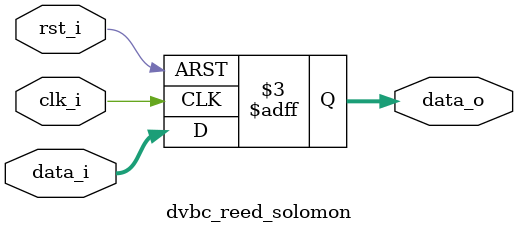
<source format=v>
/**
 * \file      dvbc_reed_solomon
 *
 * \project   dvbc
 *
 * \langv     Verilog-2005
 *
 * \brief     Reed-Solomon encoder for DVB-C modulator.
 *
 * \details   -
 *
 * \bug       -
 *
 * \see       ETSI EN 300429
 *
 * \copyright GPLv2
 *
 * Revision history:
 *
 * \version   0.1
 * \date      2015-06-05
 * \author    Andreas Mueller
**/

module dvbc_reed_solomon
#(
    parameter PARAM1 = 0,
    parameter PARAM2 = 8
)
(
    input wire clk_i,
    input wire rst_i,
    input wire[PARAM2-1:0] data_i,
    output reg[PARAM2-1:0] data_o
);

/*
 * Purpose of the following always block.
**/
always@(posedge clk_i or posedge rst_i)
begin
    if (rst_i == 1'b1)
        data_o <= 'b0;
    else
        data_o <= data_i;
end

endmodule

</source>
